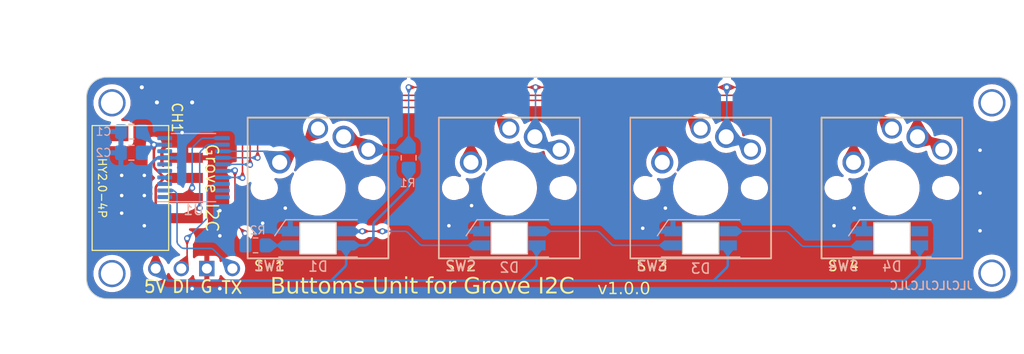
<source format=kicad_pcb>
(kicad_pcb (version 20221018) (generator pcbnew)
  (layers (0 "F.Cu" signal) (31 "B.Cu" signal) (34 "B.Paste" user) (35 "F.Paste" user) (36 "B.SilkS" user "B.Silkscreen") (37 "F.SilkS" user "F.Silkscreen") (38 "B.Mask" user) (39 "F.Mask" user) (44 "Edge.Cuts" user))
  (net 0 "")
  (net 1 "+5V")
  (net 2 "GND")
  (net 3 "/SCL")
  (net 4 "/SDA")
  (net 5 "/SWDIO")
  (net 6 "/TXD")
  (net 7 "Net-(D1-DOUT)")
  (net 8 "Net-(D1-DIN)")
  (net 9 "Net-(D2-DOUT)")
  (net 10 "Net-(D3-DOUT)")
  (net 12 "Net-(R1-Pad2)")
  (net 13 "/LED")
  (net 14 "/SW1")
  (net 15 "/SW2")
  (net 16 "/SW3")
  (net 17 "/SW4")
  (footprint "$sparrow62:MXChocDirect_1Side_1.0u" (layer "F.Cu") (at 83 67)
    (fp_text reference "SW2" hide)
    (fp_text value "SW_Push" hide)
    (fp_text user "${REFERENCE}" (at -4.826 7.747) (layer "B.SilkS") (effects (justify mirror)))
    (fp_text user "${REFERENCE}" (at -4.826 7.747) (layer "F.SilkS"))
    (fp_line (start -7 -7) (end 7 -7) (stroke (width 0.12)) (layer "B.SilkS"))
    (fp_line (start -7 -7) (end 7 -7) (stroke (width 0.12)) (layer "B.SilkS"))
    (fp_line (start -7 7) (end -7 -7) (stroke (width 0.12)) (layer "B.SilkS"))
    (fp_line (start -7 7) (end -7 -7) (stroke (width 0.12)) (layer "B.SilkS"))
    (fp_line (start 7 -7) (end 7 7) (stroke (width 0.12)) (layer "B.SilkS"))
    (fp_line (start 7 -7) (end 7 7) (stroke (width 0.12)) (layer "B.SilkS"))
    (fp_line (start 7 7) (end -7 7) (stroke (width 0.12)) (layer "B.SilkS"))
    (fp_line (start 7 7) (end -7 7) (stroke (width 0.12)) (layer "B.SilkS"))
    (fp_line (start -7 -7) (end 7 -7) (stroke (width 0.12)) (layer "F.SilkS"))
    (fp_line (start -7 -7) (end 7 -7) (stroke (width 0.12)) (layer "F.SilkS"))
    (fp_line (start -7 7) (end -7 -7) (stroke (width 0.12)) (layer "F.SilkS"))
    (fp_line (start -7 7) (end -7 -7) (stroke (width 0.12)) (layer "F.SilkS"))
    (fp_line (start -6.985 -6.985) (end 6.985 -6.985) (stroke (width 0.12)) (layer "F.SilkS"))
    (fp_line (start -6.985 -6.97) (end 6.985 -6.97) (stroke (width 0.12)) (layer "F.SilkS"))
    (fp_line (start -6.985 6.985) (end -6.985 -6.985) (stroke (width 0.12)) (layer "F.SilkS"))
    (fp_line (start -6.985 7) (end -6.985 -6.97) (stroke (width 0.12)) (layer "F.SilkS"))
    (fp_line (start 6.985 -6.985) (end 6.985 6.985) (stroke (width 0.12)) (layer "F.SilkS"))
    (fp_line (start 6.985 -6.97) (end 6.985 7) (stroke (width 0.12)) (layer "F.SilkS"))
    (fp_line (start 6.985 6.985) (end -6.985 6.985) (stroke (width 0.12)) (layer "F.SilkS"))
    (fp_line (start 6.985 7) (end -6.985 7) (stroke (width 0.12)) (layer "F.SilkS"))
    (fp_line (start 7 -7) (end 7 7) (stroke (width 0.12)) (layer "F.SilkS"))
    (fp_line (start 7 -7) (end 7 7) (stroke (width 0.12)) (layer "F.SilkS"))
    (fp_line (start 7 7) (end -7 7) (stroke (width 0.12)) (layer "F.SilkS"))
    (fp_line (start 7 7) (end -7 7) (stroke (width 0.12)) (layer "F.SilkS"))
    (pad "" np_thru_hole circle (at -5.5 0 90) (size 1.9 1.9) (drill 1.9) (layers "*.Cu" "*.Mask"))
    (pad "" np_thru_hole circle (at -5.08 0) (size 1.7 1.7) (drill 1.7) (layers "*.Cu" "*.Mask"))
    (pad "" np_thru_hole circle (at 0 0 90) (size 5 5) (drill 5) (layers "*.Cu" "*.Mask"))
    (pad "" np_thru_hole circle (at 5.08 0) (size 1.7 1.7) (drill 1.7) (layers "*.Cu" "*.Mask"))
    (pad "" np_thru_hole circle (at 5.5 0 90) (size 1.9 1.9) (drill 1.9) (layers "*.Cu" "*.Mask"))
    (pad "1" thru_hole circle (at 2.54 -5.08) (size 2.2 2.2) (drill 1.5) (layers "*.Cu" "*.Mask") (net 12 "Net-(R1-Pad2)"))
    (pad "1" thru_hole circle (at 5 -3.8 180) (size 2 2) (drill 1.4) (layers "*.Cu" "*.Mask") (net 12 "Net-(R1-Pad2)"))
    (pad "2" thru_hole circle (at -3.81 -2.54) (size 2.2 2.2) (drill 1.5) (layers "*.Cu" "*.Mask") (net 15 "/SW2"))
    (pad "2" thru_hole circle (at 0 -5.9 180) (size 2 2) (drill 1.4) (layers "*.Cu" "*.Mask") (net 15 "/SW2"))
  )
  (footprint "$74th:HY2.0_Socket_SMD_4Pin" (layer "F.Cu") (at 50.8656 67 -90)
    (fp_text reference "CH1" (at -7 0.8656 -90 unlocked) (layer "F.SilkS"))
    (fp_text value "Grove I2C" (at 0 -2.6 -90 unlocked) (layer "F.SilkS") (effects (font (size 1.2 1.2))))
    (fp_text user "HY2.0-4P" (at 0 8.3 -90 unlocked) (layer "F.SilkS") (effects (font (size 0.8 0.8) (thickness 0.12))))
    (fp_rect (start -6.2 1.7) (end 6.2 9.3) (stroke (width 0.12)) (fill none) (layer "F.SilkS"))
    (pad "" smd rect (at -5.4 7.5 90) (size 1.5 3.6) (layers "F.Cu" "F.Paste" "F.Mask"))
    (pad "" smd rect (at 5.4 7.5 90) (size 1.5 3.6) (layers "F.Cu" "F.Paste" "F.Mask"))
    (pad "1" smd rect (at 3 0 90) (size 1 3.4) (layers "F.Cu" "F.Paste" "F.Mask") (net 3 "/SCL"))
    (pad "2" smd rect (at 1 0 90) (size 1 3.4) (layers "F.Cu" "F.Paste" "F.Mask") (net 4 "/SDA"))
    (pad "3" smd rect (at -1 0 90) (size 1 3.4) (layers "F.Cu" "F.Paste" "F.Mask") (net 1 "+5V"))
    (pad "4" smd rect (at -3 0 90) (size 1 3.4) (layers "F.Cu" "F.Paste" "F.Mask") (net 2 "GND"))
  )
  (footprint "$74th:M2_v2" (layer "F.Cu") (at 130.93 63.5)
    (fp_text reference "M2-1" hide)
    (fp_text value "M2_v2" hide)
    (pad "" thru_hole circle (at 0 11.96) (size 2.7 2.7) (drill 2.2) (layers "*.Cu" "*.Mask"))
  )
  (footprint "$74th:CH32V003-DebugPort_with_vcc" (layer "F.Cu") (at 47.88 75 90)
    (fp_text reference "CH2" hide)
    (fp_text value "SWD 1Wire & UART TX")
    (fp_text user "TX" (at -1.9 6.42 unlocked) (layer "F.SilkS") (effects (font (size 1.2 1.2) (thickness 0.18)) (justify left)))
    (fp_text user "DI" (at -1.8 1.52 unlocked) (layer "F.SilkS") (effects (font (size 1.2 1.2) (thickness 0.18)) (justify left)))
    (fp_text user "5V" (at -1.8 -1.28 unlocked) (layer "F.SilkS") (effects (font (size 1.2 1.2) (thickness 0.18)) (justify left)))
    (fp_text user "G" (at -1.8 4.32 unlocked) (layer "F.SilkS") (effects (font (size 1.2 1.2) (thickness 0.18)) (justify left)))
    (pad "1" thru_hole circle (at 0 0 90) (size 1.524 1.524) (drill 1) (layers "*.Cu" "*.Mask") (net 1 "+5V"))
    (pad "2" thru_hole circle (at 0 2.54 90) (size 1.524 1.524) (drill 1) (layers "*.Cu" "*.Mask") (net 5 "/SWDIO"))
    (pad "3" thru_hole rect (at 0 5.08 90) (size 1.524 1.524) (drill 1) (layers "*.Cu" "*.Mask") (net 2 "GND"))
    (pad "4" thru_hole circle (at 0 7.62 90) (size 1.524 1.524) (drill 1) (layers "*.Cu" "*.Mask") (net 6 "/TXD"))
  )
  (footprint "$74th:M2_v2" (layer "F.Cu") (at 130.93 59.04)
    (fp_text reference "M2-1" hide)
    (fp_text value "M2_v2" hide)
    (pad "" thru_hole circle (at 0 -0.5) (size 2.7 2.7) (drill 2.2) (layers "*.Cu" "*.Mask"))
  )
  (footprint "$74th:M2_v2" (layer "F.Cu") (at 43.54 48.58)
    (fp_text reference "M2-1" hide)
    (fp_text value "M2_v2" hide)
    (pad "" thru_hole circle (at 0 9.96) (size 2.7 2.7) (drill 2.2) (layers "*.Cu" "*.Mask"))
  )
  (footprint "$sparrow62:MXChocDirect_1Side_1.0u" (layer "F.Cu") (at 102 67)
    (fp_text reference "SW3" hide)
    (fp_text value "SW_Push" hide)
    (fp_text user "${REFERENCE}" (at -4.826 7.747) (layer "B.SilkS") (effects (justify mirror)))
    (fp_text user "${REFERENCE}" (at -4.826 7.747) (layer "F.SilkS"))
    (fp_line (start -7 -7) (end 7 -7) (stroke (width 0.12)) (layer "B.SilkS"))
    (fp_line (start -7 -7) (end 7 -7) (stroke (width 0.12)) (layer "B.SilkS"))
    (fp_line (start -7 7) (end -7 -7) (stroke (width 0.12)) (layer "B.SilkS"))
    (fp_line (start -7 7) (end -7 -7) (stroke (width 0.12)) (layer "B.SilkS"))
    (fp_line (start 7 -7) (end 7 7) (stroke (width 0.12)) (layer "B.SilkS"))
    (fp_line (start 7 -7) (end 7 7) (stroke (width 0.12)) (layer "B.SilkS"))
    (fp_line (start 7 7) (end -7 7) (stroke (width 0.12)) (layer "B.SilkS"))
    (fp_line (start 7 7) (end -7 7) (stroke (width 0.12)) (layer "B.SilkS"))
    (fp_line (start -7 -7) (end 7 -7) (stroke (width 0.12)) (layer "F.SilkS"))
    (fp_line (start -7 -7) (end 7 -7) (stroke (width 0.12)) (layer "F.SilkS"))
    (fp_line (start -7 7) (end -7 -7) (stroke (width 0.12)) (layer "F.SilkS"))
    (fp_line (start -7 7) (end -7 -7) (stroke (width 0.12)) (layer "F.SilkS"))
    (fp_line (start -6.985 -6.985) (end 6.985 -6.985) (stroke (width 0.12)) (layer "F.SilkS"))
    (fp_line (start -6.985 -6.97) (end 6.985 -6.97) (stroke (width 0.12)) (layer "F.SilkS"))
    (fp_line (start -6.985 6.985) (end -6.985 -6.985) (stroke (width 0.12)) (layer "F.SilkS"))
    (fp_line (start -6.985 7) (end -6.985 -6.97) (stroke (width 0.12)) (layer "F.SilkS"))
    (fp_line (start 6.985 -6.985) (end 6.985 6.985) (stroke (width 0.12)) (layer "F.SilkS"))
    (fp_line (start 6.985 -6.97) (end 6.985 7) (stroke (width 0.12)) (layer "F.SilkS"))
    (fp_line (start 6.985 6.985) (end -6.985 6.985) (stroke (width 0.12)) (layer "F.SilkS"))
    (fp_line (start 6.985 7) (end -6.985 7) (stroke (width 0.12)) (layer "F.SilkS"))
    (fp_line (start 7 -7) (end 7 7) (stroke (width 0.12)) (layer "F.SilkS"))
    (fp_line (start 7 -7) (end 7 7) (stroke (width 0.12)) (layer "F.SilkS"))
    (fp_line (start 7 7) (end -7 7) (stroke (width 0.12)) (layer "F.SilkS"))
    (fp_line (start 7 7) (end -7 7) (stroke (width 0.12)) (layer "F.SilkS"))
    (pad "" np_thru_hole circle (at -5.5 0 90) (size 1.9 1.9) (drill 1.9) (layers "*.Cu" "*.Mask"))
    (pad "" np_thru_hole circle (at -5.08 0) (size 1.7 1.7) (drill 1.7) (layers "*.Cu" "*.Mask"))
    (pad "" np_thru_hole circle (at 0 0 90) (size 5 5) (drill 5) (layers "*.Cu" "*.Mask"))
    (pad "" np_thru_hole circle (at 5.08 0) (size 1.7 1.7) (drill 1.7) (layers "*.Cu" "*.Mask"))
    (pad "" np_thru_hole circle (at 5.5 0 90) (size 1.9 1.9) (drill 1.9) (layers "*.Cu" "*.Mask"))
    (pad "1" thru_hole circle (at 2.54 -5.08) (size 2.2 2.2) (drill 1.5) (layers "*.Cu" "*.Mask") (net 12 "Net-(R1-Pad2)"))
    (pad "1" thru_hole circle (at 5 -3.8 180) (size 2 2) (drill 1.4) (layers "*.Cu" "*.Mask") (net 12 "Net-(R1-Pad2)"))
    (pad "2" thru_hole circle (at -3.81 -2.54) (size 2.2 2.2) (drill 1.5) (layers "*.Cu" "*.Mask") (net 16 "/SW3"))
    (pad "2" thru_hole circle (at 0 -5.9 180) (size 2 2) (drill 1.4) (layers "*.Cu" "*.Mask") (net 16 "/SW3"))
  )
  (footprint "$sparrow62:MXChocDirect_1Side_1.0u" (layer "F.Cu") (at 121 67)
    (fp_text reference "SW4" hide)
    (fp_text value "SW_Push" hide)
    (fp_text user "${REFERENCE}" (at -4.826 7.747) (layer "B.SilkS") (effects (justify mirror)))
    (fp_text user "${REFERENCE}" (at -4.826 7.747) (layer "F.SilkS"))
    (fp_line (start -7 -7) (end 7 -7) (stroke (width 0.12)) (layer "B.SilkS"))
    (fp_line (start -7 -7) (end 7 -7) (stroke (width 0.12)) (layer "B.SilkS"))
    (fp_line (start -7 7) (end -7 -7) (stroke (width 0.12)) (layer "B.SilkS"))
    (fp_line (start -7 7) (end -7 -7) (stroke (width 0.12)) (layer "B.SilkS"))
    (fp_line (start 7 -7) (end 7 7) (stroke (width 0.12)) (layer "B.SilkS"))
    (fp_line (start 7 -7) (end 7 7) (stroke (width 0.12)) (layer "B.SilkS"))
    (fp_line (start 7 7) (end -7 7) (stroke (width 0.12)) (layer "B.SilkS"))
    (fp_line (start 7 7) (end -7 7) (stroke (width 0.12)) (layer "B.SilkS"))
    (fp_line (start -7 -7) (end 7 -7) (stroke (width 0.12)) (layer "F.SilkS"))
    (fp_line (start -7 -7) (end 7 -7) (stroke (width 0.12)) (layer "F.SilkS"))
    (fp_line (start -7 7) (end -7 -7) (stroke (width 0.12)) (layer "F.SilkS"))
    (fp_line (start -7 7) (end -7 -7) (stroke (width 0.12)) (layer "F.SilkS"))
    (fp_line (start -6.985 -6.985) (end 6.985 -6.985) (stroke (width 0.12)) (layer "F.SilkS"))
    (fp_line (start -6.985 -6.97) (end 6.985 -6.97) (stroke (width 0.12)) (layer "F.SilkS"))
    (fp_line (start -6.985 6.985) (end -6.985 -6.985) (stroke (width 0.12)) (layer "F.SilkS"))
    (fp_line (start -6.985 7) (end -6.985 -6.97) (stroke (width 0.12)) (layer "F.SilkS"))
    (fp_line (start 6.985 -6.985) (end 6.985 6.985) (stroke (width 0.12)) (layer "F.SilkS"))
    (fp_line (start 6.985 -6.97) (end 6.985 7) (stroke (width 0.12)) (layer "F.SilkS"))
    (fp_line (start 6.985 6.985) (end -6.985 6.985) (stroke (width 0.12)) (layer "F.SilkS"))
    (fp_line (start 6.985 7) (end -6.985 7) (stroke (width 0.12)) (layer "F.SilkS"))
    (fp_line (start 7 -7) (end 7 7) (stroke (width 0.12)) (layer "F.SilkS"))
    (fp_line (start 7 -7) (end 7 7) (stroke (width 0.12)) (layer "F.SilkS"))
    (fp_line (start 7 7) (end -7 7) (stroke (width 0.12)) (layer "F.SilkS"))
    (fp_line (start 7 7) (end -7 7) (stroke (width 0.12)) (layer "F.SilkS"))
    (pad "" np_thru_hole circle (at -5.5 0 90) (size 1.9 1.9) (drill 1.9) (layers "*.Cu" "*.Mask"))
    (pad "" np_thru_hole circle (at -5.08 0) (size 1.7 1.7) (drill 1.7) (layers "*.Cu" "*.Mask"))
    (pad "" np_thru_hole circle (at 0 0 90) (size 5 5) (drill 5) (layers "*.Cu" "*.Mask"))
    (pad "" np_thru_hole circle (at 5.08 0) (size 1.7 1.7) (drill 1.7) (layers "*.Cu" "*.Mask"))
    (pad "" np_thru_hole circle (at 5.5 0 90) (size 1.9 1.9) (drill 1.9) (layers "*.Cu" "*.Mask"))
    (pad "1" thru_hole circle (at 2.54 -5.08) (size 2.2 2.2) (drill 1.5) (layers "*.Cu" "*.Mask") (net 12 "Net-(R1-Pad2)"))
    (pad "1" thru_hole circle (at 5 -3.8 180) (size 2 2) (drill 1.4) (layers "*.Cu" "*.Mask") (net 12 "Net-(R1-Pad2)"))
    (pad "2" thru_hole circle (at -3.81 -2.54) (size 2.2 2.2) (drill 1.5) (layers "*.Cu" "*.Mask") (net 17 "/SW4"))
    (pad "2" thru_hole circle (at 0 -5.9 180) (size 2 2) (drill 1.4) (layers "*.Cu" "*.Mask") (net 17 "/SW4"))
  )
  (footprint "$sparrow62:MXChocDirect_1Side_1.0u" (layer "F.Cu") (at 64 67)
    (fp_text reference "SW1" hide)
    (fp_text value "SW_Push" hide)
    (fp_text user "${REFERENCE}" (at -4.826 7.747) (layer "B.SilkS") (effects (justify mirror)))
    (fp_text user "${REFERENCE}" (at -4.826 7.747) (layer "F.SilkS"))
    (fp_line (start -7 -7) (end 7 -7) (stroke (width 0.12)) (layer "B.SilkS"))
    (fp_line (start -7 -7) (end 7 -7) (stroke (width 0.12)) (layer "B.SilkS"))
    (fp_line (start -7 7) (end -7 -7) (stroke (width 0.12)) (layer "B.SilkS"))
    (fp_line (start -7 7) (end -7 -7) (stroke (width 0.12)) (layer "B.SilkS"))
    (fp_line (start 7 -7) (end 7 7) (stroke (width 0.12)) (layer "B.SilkS"))
    (fp_line (start 7 -7) (end 7 7) (stroke (width 0.12)) (layer "B.SilkS"))
    (fp_line (start 7 7) (end -7 7) (stroke (width 0.12)) (layer "B.SilkS"))
    (fp_line (start 7 7) (end -7 7) (stroke (width 0.12)) (layer "B.SilkS"))
    (fp_line (start -7 -7) (end 7 -7) (stroke (width 0.12)) (layer "F.SilkS"))
    (fp_line (start -7 -7) (end 7 -7) (stroke (width 0.12)) (layer "F.SilkS"))
    (fp_line (start -7 7) (end -7 -7) (stroke (width 0.12)) (layer "F.SilkS"))
    (fp_line (start -7 7) (end -7 -7) (stroke (width 0.12)) (layer "F.SilkS"))
    (fp_line (start -6.985 -6.985) (end 6.985 -6.985) (stroke (width 0.12)) (layer "F.SilkS"))
    (fp_line (start -6.985 -6.97) (end 6.985 -6.97) (stroke (width 0.12)) (layer "F.SilkS"))
    (fp_line (start -6.985 6.985) (end -6.985 -6.985) (stroke (width 0.12)) (layer "F.SilkS"))
    (fp_line (start -6.985 7) (end -6.985 -6.97) (stroke (width 0.12)) (layer "F.SilkS"))
    (fp_line (start 6.985 -6.985) (end 6.985 6.985) (stroke (width 0.12)) (layer "F.SilkS"))
    (fp_line (start 6.985 -6.97) (end 6.985 7) (stroke (width 0.12)) (layer "F.SilkS"))
    (fp_line (start 6.985 6.985) (end -6.985 6.985) (stroke (width 0.12)) (layer "F.SilkS"))
    (fp_line (start 6.985 7) (end -6.985 7) (stroke (width 0.12)) (layer "F.SilkS"))
    (fp_line (start 7 -7) (end 7 7) (stroke (width 0.12)) (layer "F.SilkS"))
    (fp_line (start 7 -7) (end 7 7) (stroke (width 0.12)) (layer "F.SilkS"))
    (fp_line (start 7 7) (end -7 7) (stroke (width 0.12)) (layer "F.SilkS"))
    (fp_line (start 7 7) (end -7 7) (stroke (width 0.12)) (layer "F.SilkS"))
    (pad "" np_thru_hole circle (at -5.5 0 90) (size 1.9 1.9) (drill 1.9) (layers "*.Cu" "*.Mask"))
    (pad "" np_thru_hole circle (at -5.08 0) (size 1.7 1.7) (drill 1.7) (layers "*.Cu" "*.Mask"))
    (pad "" np_thru_hole circle (at 0 0 90) (size 5 5) (drill 5) (layers "*.Cu" "*.Mask"))
    (pad "" np_thru_hole circle (at 5.08 0) (size 1.7 1.7) (drill 1.7) (layers "*.Cu" "*.Mask"))
    (pad "" np_thru_hole circle (at 5.5 0 90) (size 1.9 1.9) (drill 1.9) (layers "*.Cu" "*.Mask"))
    (pad "1" thru_hole circle (at 2.54 -5.08) (size 2.2 2.2) (drill 1.5) (layers "*.Cu" "*.Mask") (net 12 "Net-(R1-Pad2)"))
    (pad "1" thru_hole circle (at 5 -3.8 180) (size 2 2) (drill 1.4) (layers "*.Cu" "*.Mask") (net 12 "Net-(R1-Pad2)"))
    (pad "2" thru_hole circle (at -3.81 -2.54) (size 2.2 2.2) (drill 1.5) (layers "*.Cu" "*.Mask") (net 14 "/SW1"))
    (pad "2" thru_hole circle (at 0 -5.9 180) (size 2 2) (drill 1.4) (layers "*.Cu" "*.Mask") (net 14 "/SW1"))
  )
  (footprint "$74th:M2_v2" (layer "F.Cu") (at 43.54 63.54)
    (fp_text reference "M2-1" hide)
    (fp_text value "M2_v2" hide)
    (pad "" thru_hole circle (at 0 11.96) (size 2.7 2.7) (drill 2.2) (layers "*.Cu" "*.Mask"))
  )
  (footprint "$74th:Register_0805_2012" (layer "B.Cu") (at 73 64 90)
    (fp_text reference "R1" (at -2.5 -0.1) (layer "B.SilkS") (effects (font (size 0.8 0.8) (thickness 0.12)) (justify mirror)))
    (fp_text value "10k" hide)
    (fp_line (start -0.227064 -0.735) (end 0.227064 -0.735) (stroke (width 0.12)) (layer "B.SilkS"))
    (fp_line (start -0.227064 0.735) (end 0.227064 0.735) (stroke (width 0.12)) (layer "B.SilkS"))
    (pad "1" smd roundrect (at -1 0 90) (size 1.2 1.4) (layers "B.Cu" "B.Paste" "B.Mask") (roundrect_rratio 0.2083333333) (net 1 "+5V"))
    (pad "2" smd roundrect (at 1 0 90) (size 1.2 1.4) (layers "B.Cu" "B.Paste" "B.Mask") (roundrect_rratio 0.2083333333) (net 12 "Net-(R1-Pad2)"))
  )
  (footprint "$74th:Capacitor_0805_2012" (layer "B.Cu") (at 45.4625 61.4 180)
    (fp_text reference "C1" (at 2.7625 0) (layer "B.SilkS") (effects (font (size 0.8 0.8) (thickness 0.12)) (justify mirror)))
    (fp_text value "100n" hide)
    (fp_line (start -0.261252 -0.735) (end 0.261252 -0.735) (stroke (width 0.12)) (layer "B.SilkS"))
    (fp_line (start -0.261252 0.735) (end 0.261252 0.735) (stroke (width 0.12)) (layer "B.SilkS"))
    (pad "1" smd roundrect (at -1.0375 0 180) (size 1.175 1.45) (layers "B.Cu" "B.Paste" "B.Mask") (roundrect_rratio 0.2127659574) (net 1 "+5V"))
    (pad "2" smd roundrect (at 1.0375 0 180) (size 1.175 1.45) (layers "B.Cu" "B.Paste" "B.Mask") (roundrect_rratio 0.2127659574) (net 2 "GND"))
  )
  (footprint "$74th:YS-SK6812MINI-E-BACK-RIGHT" (layer "B.Cu") (at 102 72)
    (fp_text reference "D3" (at 0 3) (layer "B.SilkS") (effects (justify mirror)))
    (fp_text value "SK6812MINI")
    (fp_line (start -4.3 -0.25) (end -3.2 -1.85) (stroke (width 0.12)) (layer "B.SilkS"))
    (fp_line (start -3.2 -1.85) (end 3.9 -1.85) (stroke (width 0.12)) (layer "B.SilkS"))
    (fp_line (start 3.9 1.85) (end -3.9 1.85) (stroke (width 0.12)) (layer "B.SilkS"))
    (fp_line (start -1.8 -1.55) (end 1.8 -1.55) (stroke (width 0.12)) (layer "Edge.Cuts"))
    (fp_line (start -1.8 1.55) (end -1.8 -1.55) (stroke (width 0.12)) (layer "Edge.Cuts"))
    (fp_line (start 1.8 -1.55) (end 1.8 1.55) (stroke (width 0.12)) (layer "Edge.Cuts"))
    (fp_line (start 1.8 1.55) (end -1.8 1.55) (stroke (width 0.12)) (layer "Edge.Cuts"))
    (pad "1" smd rect (at 2.75 0.7) (size 1.7 1) (layers "B.Cu" "B.Paste" "B.Mask") (net 1 "+5V"))
    (pad "2" smd rect (at 2.75 -0.7) (size 1.7 1) (layers "B.Cu" "B.Paste" "B.Mask") (net 10 "Net-(D3-DOUT)"))
    (pad "3" smd rect (at -2.75 -0.7) (size 1.7 1) (layers "B.Cu" "B.Paste" "B.Mask") (net 2 "GND"))
    (pad "4" smd rect (at -2.75 0.7) (size 1.7 1) (layers "B.Cu" "B.Paste" "B.Mask") (net 9 "Net-(D2-DOUT)"))
  )
  (footprint "$74th:JLCJLCJLCJLC" (layer "B.Cu") (at 118.5 76.9 180)
    (fp_text reference "REF**" hide)
    (fp_text value "JLCJLCJLCJLC" (at -6.4 0.2 unlocked) (layer "B.SilkS") (effects (font (size 0.8 0.8)) (justify mirror)))
  )
  (footprint "Package_SO:TSSOP-20_4.4x6.5mm_P0.65mm" (layer "B.Cu") (at 51.6375 64.975)
    (fp_text reference "U1" (at 0 4.2) (layer "B.SilkS") (effects (justify mirror)))
    (fp_text value "CH32V003F4P6")
    (fp_line (start 0 -3.385) (end -2.2 -3.385) (stroke (width 0.12)) (layer "B.SilkS"))
    (fp_line (start 0 -3.385) (end 2.2 -3.385) (stroke (width 0.12)) (layer "B.SilkS"))
    (fp_line (start 0 3.385) (end -3.6 3.385) (stroke (width 0.12)) (layer "B.SilkS"))
    (fp_line (start 0 3.385) (end 2.2 3.385) (stroke (width 0.12)) (layer "B.SilkS"))
    (pad "1" smd roundrect (at -2.8625 2.925) (size 1.475 0.4) (layers "B.Cu" "B.Paste" "B.Mask"))
    (pad "2" smd roundrect (at -2.8625 2.275) (size 1.475 0.4) (layers "B.Cu" "B.Paste" "B.Mask") (net 6 "/TXD"))
    (pad "3" smd roundrect (at -2.8625 1.625) (size 1.475 0.4) (layers "B.Cu" "B.Paste" "B.Mask"))
    (pad "4" smd roundrect (at -2.8625 0.975) (size 1.475 0.4) (layers "B.Cu" "B.Paste" "B.Mask"))
    (pad "5" smd roundrect (at -2.8625 0.325) (size 1.475 0.4) (layers "B.Cu" "B.Paste" "B.Mask"))
    (pad "6" smd roundrect (at -2.8625 -0.325) (size 1.475 0.4) (layers "B.Cu" "B.Paste" "B.Mask"))
    (pad "7" smd roundrect (at -2.8625 -0.975) (size 1.475 0.4) (layers "B.Cu" "B.Paste" "B.Mask") (net 2 "GND"))
    (pad "8" smd roundrect (at -2.8625 -1.625) (size 1.475 0.4) (layers "B.Cu" "B.Paste" "B.Mask"))
    (pad "9" smd roundrect (at -2.8625 -2.275) (size 1.475 0.4) (layers "B.Cu" "B.Paste" "B.Mask") (net 1 "+5V"))
    (pad "10" smd roundrect (at -2.8625 -2.925) (size 1.475 0.4) (layers "B.Cu" "B.Paste" "B.Mask"))
    (pad "11" smd roundrect (at 2.8625 -2.925) (size 1.475 0.4) (layers "B.Cu" "B.Paste" "B.Mask") (net 4 "/SDA"))
    (pad "12" smd roundrect (at 2.8625 -2.275) (size 1.475 0.4) (layers "B.Cu" "B.Paste" "B.Mask") (net 3 "/SCL"))
    (pad "13" smd roundrect (at 2.8625 -1.625) (size 1.475 0.4) (layers "B.Cu" "B.Paste" "B.Mask") (net 14 "/SW1"))
    (pad "14" smd roundrect (at 2.8625 -0.975) (size 1.475 0.4) (layers "B.Cu" "B.Paste" "B.Mask") (net 15 "/SW2"))
    (pad "15" smd roundrect (at 2.8625 -0.325) (size 1.475 0.4) (layers "B.Cu" "B.Paste" "B.Mask") (net 16 "/SW3"))
    (pad "16" smd roundrect (at 2.8625 0.325) (size 1.475 0.4) (layers "B.Cu" "B.Paste" "B.Mask") (net 13 "/LED"))
    (pad "17" smd roundrect (at 2.8625 0.975) (size 1.475 0.4) (layers "B.Cu" "B.Paste" "B.Mask") (net 17 "/SW4"))
    (pad "18" smd roundrect (at 2.8625 1.625) (size 1.475 0.4) (layers "B.Cu" "B.Paste" "B.Mask") (net 5 "/SWDIO"))
    (pad "19" smd roundrect (at 2.8625 2.275) (size 1.475 0.4) (layers "B.Cu" "B.Paste" "B.Mask"))
    (pad "20" smd roundrect (at 2.8625 2.925) (size 1.475 0.4) (layers "B.Cu" "B.Paste" "B.Mask"))
  )
  (footprint "$74th:YS-SK6812MINI-E-BACK-RIGHT" (layer "B.Cu") (at 121 72)
    (fp_text reference "D4" (at 0 2.8) (layer "B.SilkS") (effects (justify mirror)))
    (fp_text value "SK6812MINI")
    (fp_line (start -4.3 -0.25) (end -3.2 -1.85) (stroke (width 0.12)) (layer "B.SilkS"))
    (fp_line (start -3.2 -1.85) (end 3.9 -1.85) (stroke (width 0.12)) (layer "B.SilkS"))
    (fp_line (start 3.9 1.85) (end -3.9 1.85) (stroke (width 0.12)) (layer "B.SilkS"))
    (fp_line (start -1.8 -1.55) (end 1.8 -1.55) (stroke (width 0.12)) (layer "Edge.Cuts"))
    (fp_line (start -1.8 1.55) (end -1.8 -1.55) (stroke (width 0.12)) (layer "Edge.Cuts"))
    (fp_line (start 1.8 -1.55) (end 1.8 1.55) (stroke (width 0.12)) (layer "Edge.Cuts"))
    (fp_line (start 1.8 1.55) (end -1.8 1.55) (stroke (width 0.12)) (layer "Edge.Cuts"))
    (pad "1" smd rect (at 2.75 0.7) (size 1.7 1) (layers "B.Cu" "B.Paste" "B.Mask") (net 1 "+5V"))
    (pad "2" smd rect (at 2.75 -0.7) (size 1.7 1) (layers "B.Cu" "B.Paste" "B.Mask"))
    (pad "3" smd rect (at -2.75 -0.7) (size 1.7 1) (layers "B.Cu" "B.Paste" "B.Mask") (net 2 "GND"))
    (pad "4" smd rect (at -2.75 0.7) (size 1.7 1) (layers "B.Cu" "B.Paste" "B.Mask") (net 10 "Net-(D3-DOUT)"))
  )
  (footprint "$74th:Register_0805_2012" (layer "B.Cu") (at 57.8 72.7 180)
    (fp_text reference "R2" (at -0.2 1.5) (layer "B.SilkS") (effects (font (size 0.8 0.8) (thickness 0.12)) (justify mirror)))
    (fp_text value "27" hide)
    (fp_line (start -0.227064 -0.735) (end 0.227064 -0.735) (stroke (width 0.12)) (layer "B.SilkS"))
    (fp_line (start -0.227064 0.735) (end 0.227064 0.735) (stroke (width 0.12)) (layer "B.SilkS"))
    (pad "1" smd roundrect (at -1 0 180) (size 1.2 1.4) (layers "B.Cu" "B.Paste" "B.Mask") (roundrect_rratio 0.2083333333) (net 8 "Net-(D1-DIN)"))
    (pad "2" smd roundrect (at 1 0 180) (size 1.2 1.4) (layers "B.Cu" "B.Paste" "B.Mask") (roundrect_rratio 0.2083333333) (net 13 "/LED"))
  )
  (footprint "$74th:YS-SK6812MINI-E-BACK-RIGHT" (layer "B.Cu") (at 64 72)
    (fp_text reference "D1" (at 0 2.8) (layer "B.SilkS") (effects (justify mirror)))
    (fp_text value "SK6812MINI")
    (fp_line (start -4.3 -0.25) (end -3.2 -1.85) (stroke (width 0.12)) (layer "B.SilkS"))
    (fp_line (start -3.2 -1.85) (end 3.9 -1.85) (stroke (width 0.12)) (layer "B.SilkS"))
    (fp_line (start 3.9 1.85) (end -3.9 1.85) (stroke (width 0.12)) (layer "B.SilkS"))
    (fp_line (start -1.8 -1.55) (end 1.8 -1.55) (stroke (width 0.12)) (layer "Edge.Cuts"))
    (fp_line (start -1.8 1.55) (end -1.8 -1.55) (stroke (width 0.12)) (layer "Edge.Cuts"))
    (fp_line (start 1.8 -1.55) (end 1.8 1.55) (stroke (width 0.12)) (layer "Edge.Cuts"))
    (fp_line (start 1.8 1.55) (end -1.8 1.55) (stroke (width 0.12)) (layer "Edge.Cuts"))
    (pad "1" smd rect (at 2.75 0.7) (size 1.7 1) (layers "B.Cu" "B.Paste" "B.Mask") (net 1 "+5V"))
    (pad "2" smd rect (at 2.75 -0.7) (size 1.7 1) (layers "B.Cu" "B.Paste" "B.Mask") (net 7 "Net-(D1-DOUT)"))
    (pad "3" smd rect (at -2.75 -0.7) (size 1.7 1) (layers "B.Cu" "B.Paste" "B.Mask") (net 2 "GND"))
    (pad "4" smd rect (at -2.75 0.7) (size 1.7 1) (layers "B.Cu" "B.Paste" "B.Mask") (net 8 "Net-(D1-DIN)"))
  )
  (footprint "$74th:YS-SK6812MINI-E-BACK-RIGHT" (layer "B.Cu") (at 83 72)
    (fp_text reference "D2" (at 0 2.9) (layer "B.SilkS") (effects (justify mirror)))
    (fp_text value "SK6812MINI")
    (fp_line (start -4.3 -0.25) (end -3.2 -1.85) (stroke (width 0.12)) (layer "B.SilkS"))
    (fp_line (start -3.2 -1.85) (end 3.9 -1.85) (stroke (width 0.12)) (layer "B.SilkS"))
    (fp_line (start 3.9 1.85) (end -3.9 1.85) (stroke (width 0.12)) (layer "B.SilkS"))
    (fp_line (start -1.8 -1.55) (end 1.8 -1.55) (stroke (width 0.12)) (layer "Edge.Cuts"))
    (fp_line (start -1.8 1.55) (end -1.8 -1.55) (stroke (width 0.12)) (layer "Edge.Cuts"))
    (fp_line (start 1.8 -1.55) (end 1.8 1.55) (stroke (width 0.12)) (layer "Edge.Cuts"))
    (fp_line (start 1.8 1.55) (end -1.8 1.55) (stroke (width 0.12)) (layer "Edge.Cuts"))
    (pad "1" smd rect (at 2.75 0.7) (size 1.7 1) (layers "B.Cu" "B.Paste" "B.Mask") (net 1 "+5V"))
    (pad "2" smd rect (at 2.75 -0.7) (size 1.7 1) (layers "B.Cu" "B.Paste" "B.Mask") (net 9 "Net-(D2-DOUT)"))
    (pad "3" smd rect (at -2.75 -0.7) (size 1.7 1) (layers "B.Cu" "B.Paste" "B.Mask") (net 2 "GND"))
    (pad "4" smd rect (at -2.75 0.7) (size 1.7 1) (layers "B.Cu" "B.Paste" "B.Mask") (net 7 "Net-(D1-DOUT)"))
  )
  (footprint "$74th:Capacitor_0805_2012" (layer "B.Cu") (at 45.4625 63.5 180)
    (fp_text reference "C2" (at 2.7625 0) (layer "B.SilkS") (effects (font (size 0.8 0.8) (thickness 0.12)) (justify mirror)))
    (fp_text value "10u" hide)
    (fp_line (start -0.261252 -0.735) (end 0.261252 -0.735) (stroke (width 0.12)) (layer "B.SilkS"))
    (fp_line (start -0.261252 0.735) (end 0.261252 0.735) (stroke (width 0.12)) (layer "B.SilkS"))
    (pad "1" smd roundrect (at -1.0375 0 180) (size 1.175 1.45) (layers "B.Cu" "B.Paste" "B.Mask") (roundrect_rratio 0.2127659574) (net 1 "+5V"))
    (pad "2" smd roundrect (at 1.0375 0 180) (size 1.175 1.45) (layers "B.Cu" "B.Paste" "B.Mask") (roundrect_rratio 0.2127659574) (net 2 "GND"))
  )
  (gr_arc (start 41 58) (mid 41.585786 56.585786) (end 43 56) (stroke (width 0.1)) (layer "Edge.Cuts"))
  (gr_arc (start 131.5 56) (mid 132.914214 56.585786) (end 133.5 58) (stroke (width 0.1)) (layer "Edge.Cuts"))
  (gr_arc (start 43 78) (mid 41.585786 77.414214) (end 41 76) (stroke (width 0.1)) (layer "Edge.Cuts"))
  (gr_line (start 131.5 78) (end 43 78) (stroke (width 0.1)) (layer "Edge.Cuts"))
  (gr_line (start 41 76) (end 41 58) (stroke (width 0.1)) (layer "Edge.Cuts"))
  (gr_line (start 133.5 58) (end 133.5 76) (stroke (width 0.1)) (layer "Edge.Cuts"))
  (gr_line (start 43 56) (end 131.5 56) (stroke (width 0.1)) (layer "Edge.Cuts"))
  (gr_arc (start 133.5 76) (mid 132.914214 77.414214) (end 131.5 78) (stroke (width 0.1)) (layer "Edge.Cuts"))
  (gr_text "Buttoms Unit for Grove I2C" (at 59.25 77.75) (layer "F.SilkS") (effects (font (size 1.6 1.6) (thickness 0.12)) (justify left bottom)))
  (gr_text "v1.0.0" (at 91.75 77.75) (layer "F.SilkS") (effects (font (size 1.2 1.2) (thickness 0.12)) (justify left bottom)))
  (segment (start 48.026447 66.723553) (end 48.75 66) (width 0.25) (layer "F.Cu") (net 1))
  (segment (start 47.88 75) (end 47.88 67.077107) (width 0.25) (layer "F.Cu") (net 1))
  (segment (start 47.7 62.7) (end 47.7 64.742893) (width 0.25) (layer "F.Cu") (net 1))
  (segment (start 50.8656 66) (end 48.75 66) (width 0.25) (layer "F.Cu") (net 1))
  (segment (start 47.846447 65.096447) (end 48.75 66) (width 0.25) (layer "F.Cu") (net 1))
  (via (at 47.7 62.7) (size 0.6) (drill 0.35) (layers "F.Cu" "B.Cu") (net 1))
  (arc (start 47.88 67.077107) (mid 47.91806 66.885765) (end 48.026447 66.723553) (width 0.25) (layer "F.Cu") (net 1))
  (arc (start 47.846447 65.096447) (mid 47.73806 64.934235) (end 47.7 64.742893) (width 0.25) (layer "F.Cu") (net 1))
  (segment (start 47.7 62.7) (end 46.5 61.5) (width 0.25) (layer "B.Cu") (net 1))
  (segment (start 69.5 71.792893) (end 69.5 70.707107) (width 0.25) (layer "B.Cu") (net 1))
  (segment (start 69.646447 70.353553) (end 72.853554 67.146446) (width 0.25) (layer "B.Cu") (net 1))
  (segment (start 85.7 74.492893) (end 85.7 72.75) (width 0.25) (layer "B.Cu") (net 1))
  (segment (start 65.3 76.2) (end 66.653554 74.846446) (width 0.25) (layer "B.Cu") (net 1))
  (segment (start 66.75 72.7) (end 68.592893 72.7) (width 0.25) (layer "B.Cu") (net 1))
  (segment (start 104.7 74.592893) (end 104.7 72.75) (width 0.25) (layer "B.Cu") (net 1))
  (segment (start 73 66.792893) (end 73 65) (width 0.25) (layer "B.Cu") (net 1))
  (segment (start 65.3 76.2) (end 84.2 76.2) (width 0.25) (layer "B.Cu") (net 1))
  (segment (start 103.3 76.2) (end 104.553554 74.946446) (width 0.25) (layer "B.Cu") (net 1))
  (segment (start 84.2 76.2) (end 103.3 76.2) (width 0.25) (layer "B.Cu") (net 1))
  (segment (start 49.287107 76.2) (end 65.3 76.2) (width 0.25) (layer "B.Cu") (net 1))
  (segment (start 46.9 63.5) (end 47.7 62.7) (width 0.25) (layer "B.Cu") (net 1))
  (segment (start 68.946447 72.553553) (end 69.353554 72.146446) (width 0.25) (layer "B.Cu") (net 1))
  (segment (start 48.775 62.7) (end 47.7 62.7) (width 0.25) (layer "B.Cu") (net 1))
  (segment (start 103.3 76.2) (end 122.042893 76.2) (width 0.25) (layer "B.Cu") (net 1))
  (segment (start 123.75 72.7) (end 123.75 74.492893) (width 0.25) (layer "B.Cu") (net 1))
  (segment (start 66.8 72.75) (end 66.8 74.492893) (width 0.25) (layer "B.Cu") (net 1))
  (segment (start 48.933553 76.053553) (end 47.88 75) (width 0.25) (layer "B.Cu") (net 1))
  (segment (start 84.2 76.2) (end 85.553554 74.846446) (width 0.25) (layer "B.Cu") (net 1))
  (segment (start 122.396447 76.053553) (end 123.603554 74.846446) (width 0.25) (layer "B.Cu") (net 1))
  (arc (start 122.396447 76.053553) (mid 122.234235 76.16194) (end 122.042893 76.2) (width 0.25) (layer "B.Cu") (net 1))
  (arc (start 85.7 74.492893) (mid 85.66194 74.684234) (end 85.553554 74.846446) (width 0.25) (layer "B.Cu") (net 1))
  (arc (start 66.8 74.492893) (mid 66.76194 74.684234) (end 66.653554 74.846446) (width 0.25) (layer "B.Cu") (net 1))
  (arc (start 104.7 74.592893) (mid 104.66194 74.784234) (end 104.553554 74.946446) (width 0.25) (layer "B.Cu") (net 1))
  (arc (start 123.603554 74.846446) (mid 123.71194 74.684234) (end 123.75 74.492893) (width 0.25) (layer "B.Cu") (net 1))
  (arc (start 49.287107 76.2) (mid 49.095765 76.16194) (end 48.933553 76.053553) (width 0.25) (layer "B.Cu") (net 1))
  (arc (start 68.946447 72.553553) (mid 68.784235 72.66194) (end 68.592893 72.7) (width 0.25) (layer "B.Cu") (net 1))
  (arc (start 69.353554 72.146446) (mid 69.46194 71.984234) (end 69.5 71.792893) (width 0.25) (layer "B.Cu") (net 1))
  (arc (start 72.853554 67.146446) (mid 72.96194 66.984234) (end 73 66.792893) (width 0.25) (layer "B.Cu") (net 1))
  (arc (start 69.646447 70.353553) (mid 69.53806 70.515765) (end 69.5 70.707107) (width 0.25) (layer "B.Cu") (net 1))
  (via (at 129.75 67.5) (size 0.6) (drill 0.35) (layers "F.Cu" "B.Cu") (net 2))
  (via (at 117.25 69) (size 0.6) (drill 0.35) (layers "F.Cu" "B.Cu") (net 2))
  (via (at 51.5 77) (size 0.6) (drill 0.35) (layers "F.Cu" "B.Cu") (net 2))
  (via (at 44.5 67.75) (size 0.6) (drill 0.35) (layers "F.Cu" "B.Cu") (net 2))
  (via (at 115.25 70.75) (size 0.6) (drill 0.35) (layers "F.Cu" "B.Cu") (net 2))
  (via (at 54.25 71.75) (size 0.6) (drill 0.35) (layers "F.Cu" "B.Cu") (net 2))
  (via (at 50.5 61.5) (size 0.6) (drill 0.35) (layers "F.Cu" "B.Cu") (net 2))
  (via (at 96.25 71) (size 0.6) (drill 0.35) (layers "F.Cu" "B.Cu") (net 2))
  (via (at 77 70.75) (size 0.6) (drill 0.35) (layers "F.Cu" "B.Cu") (net 2))
  (via (at 46.75 67.75) (size 0.6) (drill 0.35) (layers "F.Cu" "B.Cu") (net 2))
  (via (at 129.75 71.25) (size 0.6) (drill 0.35) (layers "F.Cu" "B.Cu") (net 2))
  (via (at 129.75 63.25) (size 0.6) (drill 0.35) (layers "F.Cu" "B.Cu") (net 2))
  (via (at 46.75 70.75) (size 0.6) (drill 0.35) (layers "F.Cu" "B.Cu") (net 2))
  (via (at 46.75 65.75) (size 0.6) (drill 0.35) (layers "F.Cu" "B.Cu") (net 2))
  (via (at 54.25 69.25) (size 0.6) (drill 0.35) (layers "F.Cu" "B.Cu") (net 2))
  (via (at 44.5 65.75) (size 0.6) (drill 0.35) (layers "F.Cu" "B.Cu") (net 2))
  (via (at 58.5 70.5) (size 0.6) (drill 0.35) (layers "F.Cu" "B.Cu") (net 2))
  (via (at 48 58.5) (size 0.8) (drill 0.4) (layers "F.Cu" "B.Cu") (net 2))
  (via (at 54.25 77) (size 0.6) (drill 0.35) (layers "F.Cu" "B.Cu") (net 2))
  (via (at 46.5 57) (size 0.8) (drill 0.4) (layers "F.Cu" "B.Cu") (net 2))
  (via (at 44.5 69.5) (size 0.6) (drill 0.35) (layers "F.Cu" "B.Cu") (net 2))
  (via (at 98.5 69) (size 0.6) (drill 0.35) (layers "F.Cu" "B.Cu") (net 2))
  (via (at 79.25 68.75) (size 0.6) (drill 0.35) (layers "F.Cu" "B.Cu") (net 2))
  (via (at 51.5 58.5) (size 0.8) (drill 0.4) (layers "F.Cu" "B.Cu") (net 2))
  (via (at 60.75 69) (size 0.6) (drill 0.35) (layers "F.Cu" "B.Cu") (net 2))
  (segment (start 48.775 64) (end 50.25 64) (width 0.3) (layer "B.Cu") (net 2))
  (segment (start 46.75 65.457107) (end 46.75 65.75) (width 0.3) (layer "B.Cu") (net 2))
  (segment (start 47.25 64.75) (end 46.896446 65.103554) (width 0.3) (layer "B.Cu") (net 2))
  (segment (start 48.775 64) (end 48.207107 64) (width 0.3) (layer "B.Cu") (net 2))
  (segment (start 50.5 63.542893) (end 50.5 61.5) (width 0.3) (layer "B.Cu") (net 2))
  (segment (start 50.25 64) (end 50.353554 63.896446) (width 0.3) (layer "B.Cu") (net 2))
  (segment (start 47.853553 64.146447) (end 47.25 64.75) (width 0.3) (layer "B.Cu") (net 2))
  (arc (start 48.207107 64) (mid 48.015765 64.03806) (end 47.853553 64.146447) (width 0.3) (layer "B.Cu") (net 2))
  (arc (start 50.5 63.542893) (mid 50.46194 63.734234) (end 50.353554 63.896446) (width 0.3) (layer "B.Cu") (net 2))
  (arc (start 46.896446 65.103554) (mid 46.78806 65.265766) (end 46.75 65.457107) (width 0.3) (layer "B.Cu") (net 2))
  (segment (start 51.719153 69.146447) (end 50.8656 70) (width 0.15) (layer "F.Cu") (net 3))
  (segment (start 52.25 69) (end 52.072707 69) (width 0.15) (layer "F.Cu") (net 3))
  (via (at 52.25 69) (size 0.6) (drill 0.35) (layers "F.Cu" "B.Cu") (net 3))
  (arc (start 51.719153 69.146447) (mid 51.881365 69.03806) (end 52.072707 69) (width 0.15) (layer "F.Cu") (net 3))
  (segment (start 53.207107 62.7) (end 54.5 62.7) (width 0.15) (layer "B.Cu") (net 3))
  (segment (start 52.25 69) (end 52.25 63.657107) (width 0.15) (layer "B.Cu") (net 3))
  (segment (start 52.396447 63.303553) (end 52.853554 62.846446) (width 0.15) (layer "B.Cu") (net 3))
  (arc (start 53.207107 62.7) (mid 53.015766 62.73806) (end 52.853554 62.846446) (width 0.15) (layer "B.Cu") (net 3))
  (arc (start 52.25 63.657107) (mid 52.28806 63.465765) (end 52.396447 63.303553) (width 0.15) (layer "B.Cu") (net 3))
  (segment (start 51.5 67) (end 50.8656 67.6344) (width 0.15) (layer "F.Cu") (net 4))
  (via (at 51.5 67) (size 0.6) (drill 0.35) (layers "F.Cu" "B.Cu") (net 4))
  (segment (start 51.5 63.207107) (end 51.5 67) (width 0.15) (layer "B.Cu") (net 4))
  (segment (start 52.303553 62.196447) (end 51.646446 62.853554) (width 0.15) (layer "B.Cu") (net 4))
  (segment (start 54.5 62.05) (end 52.657107 62.05) (width 0.15) (layer "B.Cu") (net 4))
  (arc (start 52.657107 62.05) (mid 52.465765 62.08806) (end 52.303553 62.196447) (width 0.15) (layer "B.Cu") (net 4))
  (arc (start 51.5 63.207107) (mid 51.53806 63.015766) (end 51.646446 62.853554) (width 0.15) (layer "B.Cu") (net 4))
  (segment (start 51 72) (end 51 74.212893) (width 0.15) (layer "F.Cu") (net 5))
  (segment (start 50.853553 74.566447) (end 50.42 75) (width 0.15) (layer "F.Cu") (net 5))
  (via (at 51 72) (size 0.6) (drill 0.35) (layers "F.Cu" "B.Cu") (net 5))
  (arc (start 50.853553 74.566447) (mid 50.96194 74.404235) (end 51 74.212893) (width 0.15) (layer "F.Cu") (net 5))
  (segment (start 53.503553 66.746447) (end 53.146446 67.103554) (width 0.15) (layer "B.Cu") (net 5))
  (segment (start 54.5 66.6) (end 53.857107 66.6) (width 0.15) (layer "B.Cu") (net 5))
  (segment (start 51 72) (end 52.853554 70.146446) (width 0.15) (layer "B.Cu") (net 5))
  (segment (start 53 69.792893) (end 53 67.457107) (width 0.15) (layer "B.Cu") (net 5))
  (arc (start 52.853554 70.146446) (mid 52.96194 69.984234) (end 53 69.792893) (width 0.15) (layer "B.Cu") (net 5))
  (arc (start 53.146446 67.103554) (mid 53.03806 67.265766) (end 53 67.457107) (width 0.15) (layer "B.Cu") (net 5))
  (arc (start 53.857107 66.6) (mid 53.665765 66.63806) (end 53.503553 66.746447) (width 0.15) (layer "B.Cu") (net 5))
  (segment (start 50 67.75) (end 50 72.292893) (width 0.15) (layer "B.Cu") (net 6))
  (segment (start 50.707107 73) (end 53.292893 73) (width 0.15) (layer "B.Cu") (net 6))
  (segment (start 48.775 67.25) (end 49.5 67.25) (width 0.15) (layer "B.Cu") (net 6))
  (segment (start 50.146447 72.646447) (end 50.353554 72.853554) (width 0.15) (layer "B.Cu") (net 6))
  (segment (start 53.646447 73.146447) (end 55.5 75) (width 0.15) (layer "B.Cu") (net 6))
  (arc (start 53.646447 73.146447) (mid 53.484235 73.03806) (end 53.292893 73) (width 0.15) (layer "B.Cu") (net 6))
  (arc (start 50.353554 72.853554) (mid 50.515766 72.96194) (end 50.707107 73) (width 0.15) (layer "B.Cu") (net 6))
  (arc (start 50 67.75) (mid 49.853553 67.396447) (end 49.5 67.25) (width 0.15) (layer "B.Cu") (net 6))
  (arc (start 50 72.292893) (mid 50.03806 72.484235) (end 50.146447 72.646447) (width 0.15) (layer "B.Cu") (net 6))
  (segment (start 68.4 71.3) (end 70.4 71.3) (width 0.15) (layer "F.Cu") (net 7))
  (via (at 70.4 71.3) (size 0.6) (drill 0.35) (layers "F.Cu" "B.Cu") (net 7))
  (via (at 68.4 71.3) (size 0.6) (drill 0.35) (layers "F.Cu" "B.Cu") (net 7))
  (segment (start 70.4 71.3) (end 72.592893 71.3) (width 0.15) (layer "B.Cu") (net 7))
  (segment (start 72.946447 71.446447) (end 74.053554 72.553554) (width 0.15) (layer "B.Cu") (net 7))
  (segment (start 74.407107 72.7) (end 80.25 72.7) (width 0.15) (layer "B.Cu") (net 7))
  (segment (start 66.75 71.3) (end 68.4 71.3) (width 0.15) (layer "B.Cu") (net 7))
  (arc (start 72.592893 71.3) (mid 72.784235 71.33806) (end 72.946447 71.446447) (width 0.15) (layer "B.Cu") (net 7))
  (arc (start 74.053554 72.553554) (mid 74.215766 72.66194) (end 74.407107 72.7) (width 0.15) (layer "B.Cu") (net 7))
  (segment (start 58.8 72.7) (end 61.25 72.7) (width 0.15) (layer "B.Cu") (net 8))
  (segment (start 85.75 71.3) (end 91.642893 71.3) (width 0.15) (layer "B.Cu") (net 9))
  (segment (start 91.996447 71.446447) (end 93.103554 72.553554) (width 0.15) (layer "B.Cu") (net 9))
  (segment (start 93.457107 72.7) (end 99.25 72.7) (width 0.15) (layer "B.Cu") (net 9))
  (arc (start 93.457107 72.7) (mid 93.265766 72.66194) (end 93.103554 72.553554) (width 0.15) (layer "B.Cu") (net 9))
  (arc (start 91.996447 71.446447) (mid 91.834235 71.33806) (end 91.642893 71.3) (width 0.15) (layer "B.Cu") (net 9))
  (segment (start 112.307107 72.8) (end 118.15 72.8) (width 0.15) (layer "B.Cu") (net 10))
  (segment (start 104.75 71.3) (end 110.392893 71.3) (width 0.15) (layer "B.Cu") (net 10))
  (segment (start 110.746447 71.446447) (end 111.953554 72.653554) (width 0.15) (layer "B.Cu") (net 10))
  (arc (start 112.307107 72.8) (mid 112.115766 72.76194) (end 111.953554 72.653554) (width 0.15) (layer "B.Cu") (net 10))
  (arc (start 110.392893 71.3) (mid 110.584235 71.33806) (end 110.746447 71.446447) (width 0.15) (layer "B.Cu") (net 10))
  (segment (start 66.54 61.92) (end 67.512893 61.92) (width 0.15) (layer "F.Cu") (net 12))
  (segment (start 124.866447 62.066447) (end 126 63.2) (width 0.15) (layer "F.Cu") (net 12))
  (segment (start 67.866447 62.066447) (end 69 63.2) (width 0.15) (layer "F.Cu") (net 12))
  (segment (start 104.6 57) (end 121.892893 57) (width 0.15) (layer "F.Cu") (net 12))
  (segment (start 122.246447 57.146447) (end 123.353554 58.253554) (width 0.15) (layer "F.Cu") (net 12))
  (segment (start 85.6 57) (end 73 57) (width 0.15) (layer "F.Cu") (net 12))
  (segment (start 123.5 58.607107) (end 123.5 61.88) (width 0.15) (layer "F.Cu") (net 12))
  (segment (start 85.6 57) (end 104.6 57) (width 0.15) (layer "F.Cu") (net 12))
  (segment (start 123.54 61.92) (end 124.512893 61.92) (width 0.15) (layer "F.Cu") (net 12))
  (via (at 85.6 57) (size 0.6) (drill 0.35) (layers "F.Cu" "B.Cu") (net 12))
  (via (at 73 57) (size 0.6) (drill 0.35) (layers "F.Cu" "B.Cu") (net 12))
  (via (at 104.6 57) (size 0.8) (drill 0.4) (layers "F.Cu" "B.Cu") (net 12))
  (arc (start 123.353554 58.253554) (mid 123.46194 58.415766) (end 123.5 58.607107) (width 0.15) (layer "F.Cu") (net 12))
  (arc (start 121.892893 57) (mid 122.084235 57.03806) (end 122.246447 57.146447) (width 0.15) (layer "F.Cu") (net 12))
  (arc (start 67.866447 62.066447) (mid 67.704235 61.95806) (end 67.512893 61.92) (width 0.15) (layer "F.Cu") (net 12))
  (arc (start 124.512893 61.92) (mid 124.704235 61.95806) (end 124.866447 62.066447) (width 0.15) (layer "F.Cu") (net 12))
  (segment (start 87.027107 63.2) (end 88 63.2) (width 0.15) (layer "B.Cu") (net 12))
  (segment (start 104.6 57) (end 104.6 61.86) (width 0.15) (layer "B.Cu") (net 12))
  (segment (start 104.54 61.92) (end 105.512893 61.92) (width 0.15) (layer "B.Cu") (net 12))
  (segment (start 105.866447 62.066447) (end 107 63.2) (width 0.15) (layer "B.Cu") (net 12))
  (segment (start 85.54 61.92) (end 86.673554 63.053554) (width 0.15) (layer "B.Cu") (net 12))
  (segment (start 85.6 57) (end 85.6 61.86) (width 0.15) (layer "B.Cu") (net 12))
  (segment (start 73 63) (end 73 57) (width 0.15) (layer "B.Cu") (net 12))
  (segment (start 72.8 63.2) (end 69 63.2) (width 0.15) (layer "B.Cu") (net 12))
  (arc (start 105.512893 61.92) (mid 105.704235 61.95806) (end 105.866447 62.066447) (width 0.15) (layer "B.Cu") (net 12))
  (arc (start 87.027107 63.2) (mid 86.835766 63.16194) (end 86.673554 63.053554) (width 0.15) (layer "B.Cu") (net 12))
  (segment (start 55.75 65.25) (end 55.75 70.292893) (width 0.15) (layer "F.Cu") (net 13))
  (segment (start 55.896447 70.646447) (end 56.75 71.5) (width 0.15) (layer "F.Cu") (net 13))
  (via (at 55.75 65.25) (size 0.6) (drill 0.35) (layers "F.Cu" "B.Cu") (net 13))
  (via (at 56.75 71.5) (size 0.6) (drill 0.35) (layers "F.Cu" "B.Cu") (net 13))
  (arc (start 55.75 70.292893) (mid 55.78806 70.484235) (end 55.896447 70.646447) (width 0.15) (layer "F.Cu") (net 13))
  (segment (start 56.75 71.5) (end 56.75 72.65) (width 0.15) (layer "B.Cu") (net 13))
  (segment (start 55.7 65.3) (end 55.75 65.25) (width 0.15) (layer "B.Cu") (net 13))
  (segment (start 54.5 65.3) (end 55.7 65.3) (width 0.15) (layer "B.Cu") (net 13))
  (segment (start 60.64 64.46) (end 64 61.1) (width 0.15) (layer "F.Cu") (net 14))
  (segment (start 59.226447 63.496447) (end 60.19 64.46) (width 0.15) (layer "B.Cu") (net 14))
  (segment (start 58.872893 63.35) (end 54.5 63.35) (width 0.15) (layer "B.Cu") (net 14))
  (arc (start 58.872893 63.35) (mid 59.064235 63.38806) (end 59.226447 63.496447) (width 0.15) (layer "B.Cu") (net 14))
  (segment (start 79.19 64.46) (end 79.19 61.397107) (width 0.15) (layer "F.Cu") (net 15))
  (segment (start 59.707107 59) (end 76.6 59) (width 0.15) (layer "F.Cu") (net 15))
  (segment (start 58.146447 60.353553) (end 59.353554 59.146446) (width 0.15) (layer "F.Cu") (net 15))
  (segment (start 76.6 59) (end 76.792893 59) (width 0.15) (layer "F.Cu") (net 15))
  (segment (start 76.6 59) (end 78.8 59) (width 0.15) (layer "F.Cu") (net 15))
  (segment (start 78.8 59) (end 80.9 59) (width 0.15) (layer "F.Cu") (net 15))
  (segment (start 77.146447 59.146447) (end 79.043554 61.043554) (width 0.15) (layer "F.Cu") (net 15))
  (segment (start 58 64) (end 58 60.707107) (width 0.15) (layer "F.Cu") (net 15))
  (segment (start 76.6 59) (end 80.9 59) (width 0.15) (layer "F.Cu") (net 15))
  (segment (start 80.9 59) (end 83 61.1) (width 0.15) (layer "F.Cu") (net 15))
  (via (at 58 64) (size 0.6) (drill 0.35) (layers "F.Cu" "B.Cu") (net 15))
  (arc (start 58.146447 60.353553) (mid 58.03806 60.515765) (end 58 60.707107) (width 0.15) (layer "F.Cu") (net 15))
  (arc (start 59.353554 59.146446) (mid 59.515766 59.03806) (end 59.707107 59) (width 0.15) (layer "F.Cu") (net 15))
  (arc (start 79.19 61.397107) (mid 79.15194 61.205766) (end 79.043554 61.043554) (width 0.15) (layer "F.Cu") (net 15))
  (arc (start 77.146447 59.146447) (mid 76.984235 59.03806) (end 76.792893 59) (width 0.15) (layer "F.Cu") (net 15))
  (segment (start 54.5 64) (end 58 64) (width 0.15) (layer "B.Cu") (net 15))
  (segment (start 98.19 64.46) (end 98.19 60.697107) (width 0.15) (layer "F.Cu") (net 16))
  (segment (start 57.396447 59.903553) (end 58.853554 58.446446) (width 0.15) (layer "F.Cu") (net 16))
  (segment (start 96 58.3) (end 98.043554 60.343554) (width 0.15) (layer "F.Cu") (net 16))
  (segment (start 95.8 58.3) (end 98.992893 58.3) (width 0.15) (layer "F.Cu") (net 16))
  (segment (start 57.25 64.7) (end 57.25 60.257107) (width 0.15) (layer "F.Cu") (net 16))
  (segment (start 95.8 58.3) (end 96 58.3) (width 0.15) (layer "F.Cu") (net 16))
  (segment (start 99.346447 58.446447) (end 102 61.1) (width 0.15) (layer "F.Cu") (net 16))
  (segment (start 59.207107 58.3) (end 95.8 58.3) (width 0.15) (layer "F.Cu") (net 16))
  (via (at 57.25 64.7) (size 0.6) (drill 0.35) (layers "F.Cu" "B.Cu") (net 16))
  (arc (start 99.346447 58.446447) (mid 99.184235 58.33806) (end 98.992893 58.3) (width 0.15) (layer "F.Cu") (net 16))
  (arc (start 59.207107 58.3) (mid 59.015766 58.33806) (end 58.853554 58.446446) (width 0.15) (layer "F.Cu") (net 16))
  (arc (start 98.19 60.697107) (mid 98.15194 60.505766) (end 98.043554 60.343554) (width 0.15) (layer "F.Cu") (net 16))
  (arc (start 57.396447 59.903553) (mid 57.28806 60.065765) (end 57.25 60.257107) (width 0.15) (layer "F.Cu") (net 16))
  (segment (start 57.2 64.65) (end 57.25 64.7) (width 0.15) (layer "B.Cu") (net 16))
  (segment (start 54.5 64.65) (end 57.2 64.65) (width 0.15) (layer "B.Cu") (net 16))
  (segment (start 56.5 66) (end 56.5 59.757107) (width 0.15) (layer "F.Cu") (net 17))
  (segment (start 113.892893 57.8) (end 112.8 57.8) (width 0.15) (layer "F.Cu") (net 17))
  (segment (start 117.19 64.46) (end 117.19 61.097107) (width 0.15) (layer "F.Cu") (net 17))
  (segment (start 56.646447 59.403553) (end 58.103554 57.946446) (width 0.15) (layer "F.Cu") (net 17))
  (segment (start 117.846447 57.946447) (end 121 61.1) (width 0.15) (layer "F.Cu") (net 17))
  (segment (start 58.457107 57.8) (end 112.8 57.8) (width 0.15) (layer "F.Cu") (net 17))
  (segment (start 112.8 57.8) (end 117.492893 57.8) (width 0.15) (layer "F.Cu") (net 17))
  (segment (start 114.246447 57.946447) (end 117.043554 60.743554) (width 0.15) (layer "F.Cu") (net 17))
  (via (at 56.5 66) (size 0.6) (drill 0.35) (layers "F.Cu" "B.Cu") (net 17))
  (arc (start 56.5 59.757107) (mid 56.53806 59.565765) (end 56.646447 59.403553) (width 0.15) (layer "F.Cu") (net 17))
  (arc (start 114.246447 57.946447) (mid 114.084235 57.83806) (end 113.892893 57.8) (width 0.15) (layer "F.Cu") (net 17))
  (arc (start 117.846447 57.946447) (mid 117.684235 57.83806) (end 117.492893 57.8) (width 0.15) (layer "F.Cu") (net 17))
  (arc (start 117.19 61.097107) (mid 117.15194 60.905766) (end 117.043554 60.743554) (width 0.15) (layer "F.Cu") (net 17))
  (arc (start 58.457107 57.8) (mid 58.265766 57.83806) (end 58.103554 57.946446) (width 0.15) (layer "F.Cu") (net 17))
  (segment (start 56.45 65.95) (end 56.5 66) (width 0.15) (layer "B.Cu") (net 17))
  (segment (start 54.5 65.95) (end 56.45 65.95) (width 0.15) (layer "B.Cu") (net 17))
  (zone (net 2) (net_name "GND") (layers "F&B.Cu") (connect_pads (clearance 0.5)) (min_thickness 0.25) (fill yes (thermal_gap 0.5) (thermal_bridge_width 0.5))
    (polygon (pts (xy 37 55.5) (xy 37 78.5) (xy 134 78.5) (xy 134 55.5)))
  )
)
</source>
